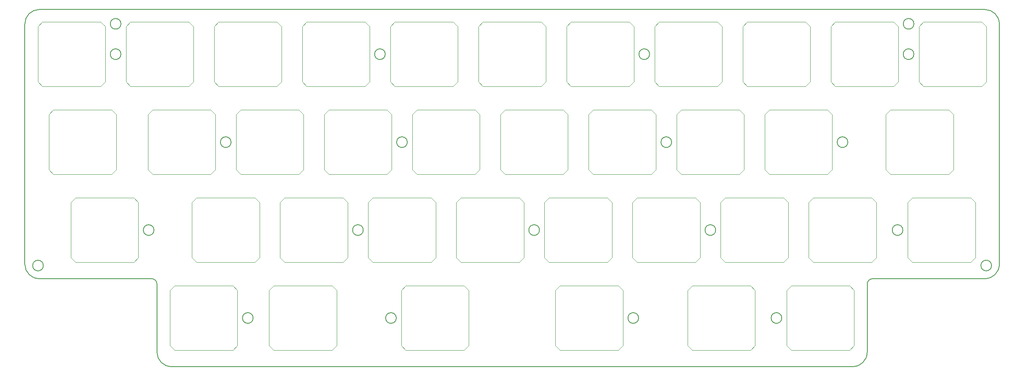
<source format=gbr>
%TF.GenerationSoftware,KiCad,Pcbnew,(7.0.0)*%
%TF.CreationDate,2023-10-30T09:48:19+01:00*%
%TF.ProjectId,travaulta plate topre,74726176-6175-46c7-9461-20706c617465,rev?*%
%TF.SameCoordinates,Original*%
%TF.FileFunction,Profile,NP*%
%FSLAX46Y46*%
G04 Gerber Fmt 4.6, Leading zero omitted, Abs format (unit mm)*
G04 Created by KiCad (PCBNEW (7.0.0)) date 2023-10-30 09:48:19*
%MOMM*%
%LPD*%
G01*
G04 APERTURE LIST*
%TA.AperFunction,Profile*%
%ADD10C,0.200000*%
%TD*%
%TA.AperFunction,Profile*%
%ADD11C,0.050000*%
%TD*%
%TA.AperFunction,Profile*%
%ADD12C,0.120000*%
%TD*%
G04 APERTURE END LIST*
D10*
X207525000Y-114300000D02*
G75*
G03*
X207525000Y-114300000I-1150000J0D01*
G01*
X47866000Y-102933999D02*
G75*
G03*
X47866000Y-102933999I-1150000J0D01*
G01*
X126562500Y-76200000D02*
G75*
G03*
X126562500Y-76200000I-1150000J0D01*
G01*
X72450000Y-121724999D02*
X72450000Y-106974999D01*
X93225000Y-114300000D02*
G75*
G03*
X93225000Y-114300000I-1150000J0D01*
G01*
X43875000Y-102674999D02*
X43875000Y-50574999D01*
X43875001Y-102674999D02*
G75*
G03*
X46975000Y-105774999I3099999J-1D01*
G01*
X176568750Y-114300000D02*
G75*
G03*
X176568750Y-114300000I-1150000J0D01*
G01*
X46975000Y-47474999D02*
X251475000Y-47474999D01*
X236100000Y-57150000D02*
G75*
G03*
X236100000Y-57150000I-1150000J0D01*
G01*
X252884375Y-102933999D02*
G75*
G03*
X252884375Y-102933999I-1150000J0D01*
G01*
X155137500Y-95250000D02*
G75*
G03*
X155137500Y-95250000I-1150000J0D01*
G01*
X251475000Y-105775000D02*
G75*
G03*
X254575000Y-102674999I0J3100000D01*
G01*
X124181250Y-114300000D02*
G75*
G03*
X124181250Y-114300000I-1150000J0D01*
G01*
X72450001Y-106974999D02*
G75*
G03*
X71250000Y-105774999I-1200001J-1D01*
G01*
X88462500Y-76200000D02*
G75*
G03*
X88462500Y-76200000I-1150000J0D01*
G01*
X226000000Y-106974999D02*
X226000000Y-121724999D01*
X222900000Y-124824999D02*
X75550000Y-124824999D01*
X183712500Y-76200000D02*
G75*
G03*
X183712500Y-76200000I-1150000J0D01*
G01*
X121800000Y-57150000D02*
G75*
G03*
X121800000Y-57150000I-1150000J0D01*
G01*
X71793750Y-95250000D02*
G75*
G03*
X71793750Y-95250000I-1150000J0D01*
G01*
X64650000Y-50574999D02*
G75*
G03*
X64650000Y-50574999I-1150000J0D01*
G01*
X251475000Y-105774999D02*
X227200000Y-105774999D01*
X193237500Y-95250000D02*
G75*
G03*
X193237500Y-95250000I-1150000J0D01*
G01*
X236100000Y-50574999D02*
G75*
G03*
X236100000Y-50574999I-1150000J0D01*
G01*
X72450001Y-121724999D02*
G75*
G03*
X75550000Y-124824999I3099999J-1D01*
G01*
X221812500Y-76200000D02*
G75*
G03*
X221812500Y-76200000I-1150000J0D01*
G01*
X117037500Y-95250000D02*
G75*
G03*
X117037500Y-95250000I-1150000J0D01*
G01*
X233718750Y-95250000D02*
G75*
G03*
X233718750Y-95250000I-1150000J0D01*
G01*
X254575001Y-50574999D02*
G75*
G03*
X251475000Y-47474999I-3100001J-1D01*
G01*
X227200000Y-105775000D02*
G75*
G03*
X226000000Y-106974999I0J-1200000D01*
G01*
X178950000Y-57150000D02*
G75*
G03*
X178950000Y-57150000I-1150000J0D01*
G01*
X64650000Y-57150000D02*
G75*
G03*
X64650000Y-57150000I-1150000J0D01*
G01*
X222900000Y-124825000D02*
G75*
G03*
X226000000Y-121724999I0J3100000D01*
G01*
X254575000Y-50574999D02*
X254575000Y-102674999D01*
X46975000Y-47475000D02*
G75*
G03*
X43875000Y-50574999I0J-3100000D01*
G01*
X71250000Y-105774999D02*
X46975000Y-105774999D01*
D11*
X61087000Y-50927000D02*
X61087000Y-50927000D01*
D12*
%TO.C,REF\u002A\u002A*%
X208600000Y-108300000D02*
X208600000Y-120300000D01*
X208600000Y-120300000D02*
X209600000Y-121300000D01*
X209600000Y-107300000D02*
X208600000Y-108300000D01*
X209600000Y-121300000D02*
X222200000Y-121300000D01*
X222200000Y-107300000D02*
X209600000Y-107300000D01*
X222200000Y-107300000D02*
X223200000Y-108300000D01*
X222200000Y-121300000D02*
X223200000Y-120300000D01*
X223200000Y-120300000D02*
X223200000Y-108300000D01*
X213362500Y-89250000D02*
X213362500Y-101250000D01*
X213362500Y-101250000D02*
X214362500Y-102250000D01*
X214362500Y-88250000D02*
X213362500Y-89250000D01*
X214362500Y-102250000D02*
X226962500Y-102250000D01*
X226962500Y-88250000D02*
X214362500Y-88250000D01*
X226962500Y-88250000D02*
X227962500Y-89250000D01*
X226962500Y-102250000D02*
X227962500Y-101250000D01*
X227962500Y-101250000D02*
X227962500Y-89250000D01*
X125255000Y-108300000D02*
X125255000Y-120300000D01*
X125255000Y-120300000D02*
X126255000Y-121300000D01*
X126255000Y-107300000D02*
X125255000Y-108300000D01*
X126255000Y-121300000D02*
X138855000Y-121300000D01*
X138855000Y-107300000D02*
X126255000Y-107300000D01*
X138855000Y-107300000D02*
X139855000Y-108300000D01*
X138855000Y-121300000D02*
X139855000Y-120300000D01*
X139855000Y-120300000D02*
X139855000Y-108300000D01*
X165737500Y-70200000D02*
X165737500Y-82200000D01*
X165737500Y-82200000D02*
X166737500Y-83200000D01*
X166737500Y-69200000D02*
X165737500Y-70200000D01*
X166737500Y-83200000D02*
X179337500Y-83200000D01*
X179337500Y-69200000D02*
X166737500Y-69200000D01*
X179337500Y-69200000D02*
X180337500Y-70200000D01*
X179337500Y-83200000D02*
X180337500Y-82200000D01*
X180337500Y-82200000D02*
X180337500Y-70200000D01*
X96680000Y-108300000D02*
X96680000Y-120300000D01*
X96680000Y-120300000D02*
X97680000Y-121300000D01*
X97680000Y-107300000D02*
X96680000Y-108300000D01*
X97680000Y-121300000D02*
X110280000Y-121300000D01*
X110280000Y-107300000D02*
X97680000Y-107300000D01*
X110280000Y-107300000D02*
X111280000Y-108300000D01*
X110280000Y-121300000D02*
X111280000Y-120300000D01*
X111280000Y-120300000D02*
X111280000Y-108300000D01*
X108587500Y-70200000D02*
X108587500Y-82200000D01*
X108587500Y-82200000D02*
X109587500Y-83200000D01*
X109587500Y-69200000D02*
X108587500Y-70200000D01*
X109587500Y-83200000D02*
X122187500Y-83200000D01*
X122187500Y-69200000D02*
X109587500Y-69200000D01*
X122187500Y-69200000D02*
X123187500Y-70200000D01*
X122187500Y-83200000D02*
X123187500Y-82200000D01*
X123187500Y-82200000D02*
X123187500Y-70200000D01*
X75250000Y-108300000D02*
X75250000Y-120300000D01*
X75250000Y-120300000D02*
X76250000Y-121300000D01*
X76250000Y-107300000D02*
X75250000Y-108300000D01*
X76250000Y-121300000D02*
X88850000Y-121300000D01*
X88850000Y-107300000D02*
X76250000Y-107300000D01*
X88850000Y-107300000D02*
X89850000Y-108300000D01*
X88850000Y-121300000D02*
X89850000Y-120300000D01*
X89850000Y-120300000D02*
X89850000Y-108300000D01*
X49058000Y-70200000D02*
X49058000Y-82200000D01*
X49058000Y-82200000D02*
X50058000Y-83200000D01*
X50058000Y-69200000D02*
X49058000Y-70200000D01*
X50058000Y-83200000D02*
X62658000Y-83200000D01*
X62658000Y-69200000D02*
X50058000Y-69200000D01*
X62658000Y-69200000D02*
X63658000Y-70200000D01*
X62658000Y-83200000D02*
X63658000Y-82200000D01*
X63658000Y-82200000D02*
X63658000Y-70200000D01*
X70487500Y-70200000D02*
X70487500Y-82200000D01*
X70487500Y-82200000D02*
X71487500Y-83200000D01*
X71487500Y-69200000D02*
X70487500Y-70200000D01*
X71487500Y-83200000D02*
X84087500Y-83200000D01*
X84087500Y-69200000D02*
X71487500Y-69200000D01*
X84087500Y-69200000D02*
X85087500Y-70200000D01*
X84087500Y-83200000D02*
X85087500Y-82200000D01*
X85087500Y-82200000D02*
X85087500Y-70200000D01*
X230030000Y-70200000D02*
X230030000Y-82200000D01*
X230030000Y-82200000D02*
X231030000Y-83200000D01*
X231030000Y-69200000D02*
X230030000Y-70200000D01*
X231030000Y-83200000D02*
X243630000Y-83200000D01*
X243630000Y-69200000D02*
X231030000Y-69200000D01*
X243630000Y-69200000D02*
X244630000Y-70200000D01*
X243630000Y-83200000D02*
X244630000Y-82200000D01*
X244630000Y-82200000D02*
X244630000Y-70200000D01*
X122875000Y-51150000D02*
X122875000Y-63150000D01*
X122875000Y-63150000D02*
X123875000Y-64150000D01*
X123875000Y-50150000D02*
X122875000Y-51150000D01*
X123875000Y-64150000D02*
X136475000Y-64150000D01*
X136475000Y-50150000D02*
X123875000Y-50150000D01*
X136475000Y-50150000D02*
X137475000Y-51150000D01*
X136475000Y-64150000D02*
X137475000Y-63150000D01*
X137475000Y-63150000D02*
X137475000Y-51150000D01*
X158592000Y-108300000D02*
X158592000Y-120300000D01*
X158592000Y-120300000D02*
X159592000Y-121300000D01*
X159592000Y-107300000D02*
X158592000Y-108300000D01*
X159592000Y-121300000D02*
X172192000Y-121300000D01*
X172192000Y-107300000D02*
X159592000Y-107300000D01*
X172192000Y-107300000D02*
X173192000Y-108300000D01*
X172192000Y-121300000D02*
X173192000Y-120300000D01*
X173192000Y-120300000D02*
X173192000Y-108300000D01*
X194312500Y-89250000D02*
X194312500Y-101250000D01*
X194312500Y-101250000D02*
X195312500Y-102250000D01*
X195312500Y-88250000D02*
X194312500Y-89250000D01*
X195312500Y-102250000D02*
X207912500Y-102250000D01*
X207912500Y-88250000D02*
X195312500Y-88250000D01*
X207912500Y-88250000D02*
X208912500Y-89250000D01*
X207912500Y-102250000D02*
X208912500Y-101250000D01*
X208912500Y-101250000D02*
X208912500Y-89250000D01*
X218125000Y-51150000D02*
X218125000Y-63150000D01*
X218125000Y-63150000D02*
X219125000Y-64150000D01*
X219125000Y-50150000D02*
X218125000Y-51150000D01*
X219125000Y-64150000D02*
X231725000Y-64150000D01*
X231725000Y-50150000D02*
X219125000Y-50150000D01*
X231725000Y-50150000D02*
X232725000Y-51150000D01*
X231725000Y-64150000D02*
X232725000Y-63150000D01*
X232725000Y-63150000D02*
X232725000Y-51150000D01*
X80012500Y-89250000D02*
X80012500Y-101250000D01*
X80012500Y-101250000D02*
X81012500Y-102250000D01*
X81012500Y-88250000D02*
X80012500Y-89250000D01*
X81012500Y-102250000D02*
X93612500Y-102250000D01*
X93612500Y-88250000D02*
X81012500Y-88250000D01*
X93612500Y-88250000D02*
X94612500Y-89250000D01*
X93612500Y-102250000D02*
X94612500Y-101250000D01*
X94612500Y-101250000D02*
X94612500Y-89250000D01*
X160975000Y-51150000D02*
X160975000Y-63150000D01*
X160975000Y-63150000D02*
X161975000Y-64150000D01*
X161975000Y-50150000D02*
X160975000Y-51150000D01*
X161975000Y-64150000D02*
X174575000Y-64150000D01*
X174575000Y-50150000D02*
X161975000Y-50150000D01*
X174575000Y-50150000D02*
X175575000Y-51150000D01*
X174575000Y-64150000D02*
X175575000Y-63150000D01*
X175575000Y-63150000D02*
X175575000Y-51150000D01*
X137162500Y-89250000D02*
X137162500Y-101250000D01*
X137162500Y-101250000D02*
X138162500Y-102250000D01*
X138162500Y-88250000D02*
X137162500Y-89250000D01*
X138162500Y-102250000D02*
X150762500Y-102250000D01*
X150762500Y-88250000D02*
X138162500Y-88250000D01*
X150762500Y-88250000D02*
X151762500Y-89250000D01*
X150762500Y-102250000D02*
X151762500Y-101250000D01*
X151762500Y-101250000D02*
X151762500Y-89250000D01*
X118112500Y-89250000D02*
X118112500Y-101250000D01*
X118112500Y-101250000D02*
X119112500Y-102250000D01*
X119112500Y-88250000D02*
X118112500Y-89250000D01*
X119112500Y-102250000D02*
X131712500Y-102250000D01*
X131712500Y-88250000D02*
X119112500Y-88250000D01*
X131712500Y-88250000D02*
X132712500Y-89250000D01*
X131712500Y-102250000D02*
X132712500Y-101250000D01*
X132712500Y-101250000D02*
X132712500Y-89250000D01*
X46675000Y-51150000D02*
X46675000Y-63150000D01*
X46675000Y-63150000D02*
X47675000Y-64150000D01*
X47675000Y-50150000D02*
X46675000Y-51150000D01*
X47675000Y-64150000D02*
X60275000Y-64150000D01*
X60275000Y-50150000D02*
X47675000Y-50150000D01*
X60275000Y-50150000D02*
X61275000Y-51150000D01*
X60275000Y-64150000D02*
X61275000Y-63150000D01*
X61275000Y-63150000D02*
X61275000Y-51150000D01*
X203837500Y-70200000D02*
X203837500Y-82200000D01*
X203837500Y-82200000D02*
X204837500Y-83200000D01*
X204837500Y-69200000D02*
X203837500Y-70200000D01*
X204837500Y-83200000D02*
X217437500Y-83200000D01*
X217437500Y-69200000D02*
X204837500Y-69200000D01*
X217437500Y-69200000D02*
X218437500Y-70200000D01*
X217437500Y-83200000D02*
X218437500Y-82200000D01*
X218437500Y-82200000D02*
X218437500Y-70200000D01*
X89537500Y-70200000D02*
X89537500Y-82200000D01*
X89537500Y-82200000D02*
X90537500Y-83200000D01*
X90537500Y-69200000D02*
X89537500Y-70200000D01*
X90537500Y-83200000D02*
X103137500Y-83200000D01*
X103137500Y-69200000D02*
X90537500Y-69200000D01*
X103137500Y-69200000D02*
X104137500Y-70200000D01*
X103137500Y-83200000D02*
X104137500Y-82200000D01*
X104137500Y-82200000D02*
X104137500Y-70200000D01*
X156212500Y-89250000D02*
X156212500Y-101250000D01*
X156212500Y-101250000D02*
X157212500Y-102250000D01*
X157212500Y-88250000D02*
X156212500Y-89250000D01*
X157212500Y-102250000D02*
X169812500Y-102250000D01*
X169812500Y-88250000D02*
X157212500Y-88250000D01*
X169812500Y-88250000D02*
X170812500Y-89250000D01*
X169812500Y-102250000D02*
X170812500Y-101250000D01*
X170812500Y-101250000D02*
X170812500Y-89250000D01*
X184787500Y-70200000D02*
X184787500Y-82200000D01*
X184787500Y-82200000D02*
X185787500Y-83200000D01*
X185787500Y-69200000D02*
X184787500Y-70200000D01*
X185787500Y-83200000D02*
X198387500Y-83200000D01*
X198387500Y-69200000D02*
X185787500Y-69200000D01*
X198387500Y-69200000D02*
X199387500Y-70200000D01*
X198387500Y-83200000D02*
X199387500Y-82200000D01*
X199387500Y-82200000D02*
X199387500Y-70200000D01*
X103825000Y-51150000D02*
X103825000Y-63150000D01*
X103825000Y-63150000D02*
X104825000Y-64150000D01*
X104825000Y-50150000D02*
X103825000Y-51150000D01*
X104825000Y-64150000D02*
X117425000Y-64150000D01*
X117425000Y-50150000D02*
X104825000Y-50150000D01*
X117425000Y-50150000D02*
X118425000Y-51150000D01*
X117425000Y-64150000D02*
X118425000Y-63150000D01*
X118425000Y-63150000D02*
X118425000Y-51150000D01*
X175262500Y-89250000D02*
X175262500Y-101250000D01*
X175262500Y-101250000D02*
X176262500Y-102250000D01*
X176262500Y-88250000D02*
X175262500Y-89250000D01*
X176262500Y-102250000D02*
X188862500Y-102250000D01*
X188862500Y-88250000D02*
X176262500Y-88250000D01*
X188862500Y-88250000D02*
X189862500Y-89250000D01*
X188862500Y-102250000D02*
X189862500Y-101250000D01*
X189862500Y-101250000D02*
X189862500Y-89250000D01*
X180025000Y-51150000D02*
X180025000Y-63150000D01*
X180025000Y-63150000D02*
X181025000Y-64150000D01*
X181025000Y-50150000D02*
X180025000Y-51150000D01*
X181025000Y-64150000D02*
X193625000Y-64150000D01*
X193625000Y-50150000D02*
X181025000Y-50150000D01*
X193625000Y-50150000D02*
X194625000Y-51150000D01*
X193625000Y-64150000D02*
X194625000Y-63150000D01*
X194625000Y-63150000D02*
X194625000Y-51150000D01*
X187170000Y-108300000D02*
X187170000Y-120300000D01*
X187170000Y-120300000D02*
X188170000Y-121300000D01*
X188170000Y-107300000D02*
X187170000Y-108300000D01*
X188170000Y-121300000D02*
X200770000Y-121300000D01*
X200770000Y-107300000D02*
X188170000Y-107300000D01*
X200770000Y-107300000D02*
X201770000Y-108300000D01*
X200770000Y-121300000D02*
X201770000Y-120300000D01*
X201770000Y-120300000D02*
X201770000Y-108300000D01*
X237175000Y-51150000D02*
X237175000Y-63150000D01*
X237175000Y-63150000D02*
X238175000Y-64150000D01*
X238175000Y-50150000D02*
X237175000Y-51150000D01*
X238175000Y-64150000D02*
X250775000Y-64150000D01*
X250775000Y-50150000D02*
X238175000Y-50150000D01*
X250775000Y-50150000D02*
X251775000Y-51150000D01*
X250775000Y-64150000D02*
X251775000Y-63150000D01*
X251775000Y-63150000D02*
X251775000Y-51150000D01*
X141925000Y-51150000D02*
X141925000Y-63150000D01*
X141925000Y-63150000D02*
X142925000Y-64150000D01*
X142925000Y-50150000D02*
X141925000Y-51150000D01*
X142925000Y-64150000D02*
X155525000Y-64150000D01*
X155525000Y-50150000D02*
X142925000Y-50150000D01*
X155525000Y-50150000D02*
X156525000Y-51150000D01*
X155525000Y-64150000D02*
X156525000Y-63150000D01*
X156525000Y-63150000D02*
X156525000Y-51150000D01*
X53820000Y-89250000D02*
X53820000Y-101250000D01*
X53820000Y-101250000D02*
X54820000Y-102250000D01*
X54820000Y-88250000D02*
X53820000Y-89250000D01*
X54820000Y-102250000D02*
X67420000Y-102250000D01*
X67420000Y-88250000D02*
X54820000Y-88250000D01*
X67420000Y-88250000D02*
X68420000Y-89250000D01*
X67420000Y-102250000D02*
X68420000Y-101250000D01*
X68420000Y-101250000D02*
X68420000Y-89250000D01*
X84775000Y-51150000D02*
X84775000Y-63150000D01*
X84775000Y-63150000D02*
X85775000Y-64150000D01*
X85775000Y-50150000D02*
X84775000Y-51150000D01*
X85775000Y-64150000D02*
X98375000Y-64150000D01*
X98375000Y-50150000D02*
X85775000Y-50150000D01*
X98375000Y-50150000D02*
X99375000Y-51150000D01*
X98375000Y-64150000D02*
X99375000Y-63150000D01*
X99375000Y-63150000D02*
X99375000Y-51150000D01*
X65725000Y-51150000D02*
X65725000Y-63150000D01*
X65725000Y-63150000D02*
X66725000Y-64150000D01*
X66725000Y-50150000D02*
X65725000Y-51150000D01*
X66725000Y-64150000D02*
X79325000Y-64150000D01*
X79325000Y-50150000D02*
X66725000Y-50150000D01*
X79325000Y-50150000D02*
X80325000Y-51150000D01*
X79325000Y-64150000D02*
X80325000Y-63150000D01*
X80325000Y-63150000D02*
X80325000Y-51150000D01*
X127637500Y-70200000D02*
X127637500Y-82200000D01*
X127637500Y-82200000D02*
X128637500Y-83200000D01*
X128637500Y-69200000D02*
X127637500Y-70200000D01*
X128637500Y-83200000D02*
X141237500Y-83200000D01*
X141237500Y-69200000D02*
X128637500Y-69200000D01*
X141237500Y-69200000D02*
X142237500Y-70200000D01*
X141237500Y-83200000D02*
X142237500Y-82200000D01*
X142237500Y-82200000D02*
X142237500Y-70200000D01*
X234795000Y-89250000D02*
X234795000Y-101250000D01*
X234795000Y-101250000D02*
X235795000Y-102250000D01*
X235795000Y-88250000D02*
X234795000Y-89250000D01*
X235795000Y-102250000D02*
X248395000Y-102250000D01*
X248395000Y-88250000D02*
X235795000Y-88250000D01*
X248395000Y-88250000D02*
X249395000Y-89250000D01*
X248395000Y-102250000D02*
X249395000Y-101250000D01*
X249395000Y-101250000D02*
X249395000Y-89250000D01*
X99062500Y-89250000D02*
X99062500Y-101250000D01*
X99062500Y-101250000D02*
X100062500Y-102250000D01*
X100062500Y-88250000D02*
X99062500Y-89250000D01*
X100062500Y-102250000D02*
X112662500Y-102250000D01*
X112662500Y-88250000D02*
X100062500Y-88250000D01*
X112662500Y-88250000D02*
X113662500Y-89250000D01*
X112662500Y-102250000D02*
X113662500Y-101250000D01*
X113662500Y-101250000D02*
X113662500Y-89250000D01*
X199075000Y-51150000D02*
X199075000Y-63150000D01*
X199075000Y-63150000D02*
X200075000Y-64150000D01*
X200075000Y-50150000D02*
X199075000Y-51150000D01*
X200075000Y-64150000D02*
X212675000Y-64150000D01*
X212675000Y-50150000D02*
X200075000Y-50150000D01*
X212675000Y-50150000D02*
X213675000Y-51150000D01*
X212675000Y-64150000D02*
X213675000Y-63150000D01*
X213675000Y-63150000D02*
X213675000Y-51150000D01*
X146687500Y-70200000D02*
X146687500Y-82200000D01*
X146687500Y-82200000D02*
X147687500Y-83200000D01*
X147687500Y-69200000D02*
X146687500Y-70200000D01*
X147687500Y-83200000D02*
X160287500Y-83200000D01*
X160287500Y-69200000D02*
X147687500Y-69200000D01*
X160287500Y-69200000D02*
X161287500Y-70200000D01*
X160287500Y-83200000D02*
X161287500Y-82200000D01*
X161287500Y-82200000D02*
X161287500Y-70200000D01*
%TD*%
M02*

</source>
